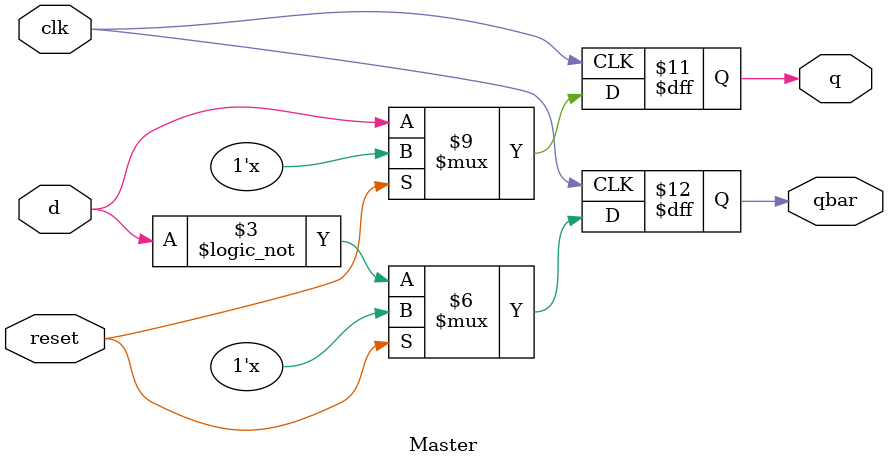
<source format=v>
module Part3(SW,KEY,LEDR);
input [9:0] SW;
input[1:0] KEY;
output [9:0] LEDR;
wire A,O,Y,clock;
assign A = SW[0];
assign clock = KEY[1];
Mas Mas1(A,KEY[0],clock,O,Y);

assign LEDR[0] = O;
assign LEDR[1] = Y;
endmodule


module Mas(d,reset,clk,q,qbar);
 input d,clk,reset;
 output q,qbar;
 Master Masterr(d,reset,clk,qx,qbarx);
 Master Slave(qx,reset,!clk,q,qbar);
endmodule

module Master(d,reset,clk,q,qbar);
 input d,reset,clk;
 output reg q,qbar;
 initial
  q = 0;
 always @(posedge clk)begin
  if(~reset)begin
   q <= d;
   qbar <= !d;
  end
  else begin
   q <= 1'bx;
   qbar <= 1'bx;
 end
 end
endmodule
</source>
